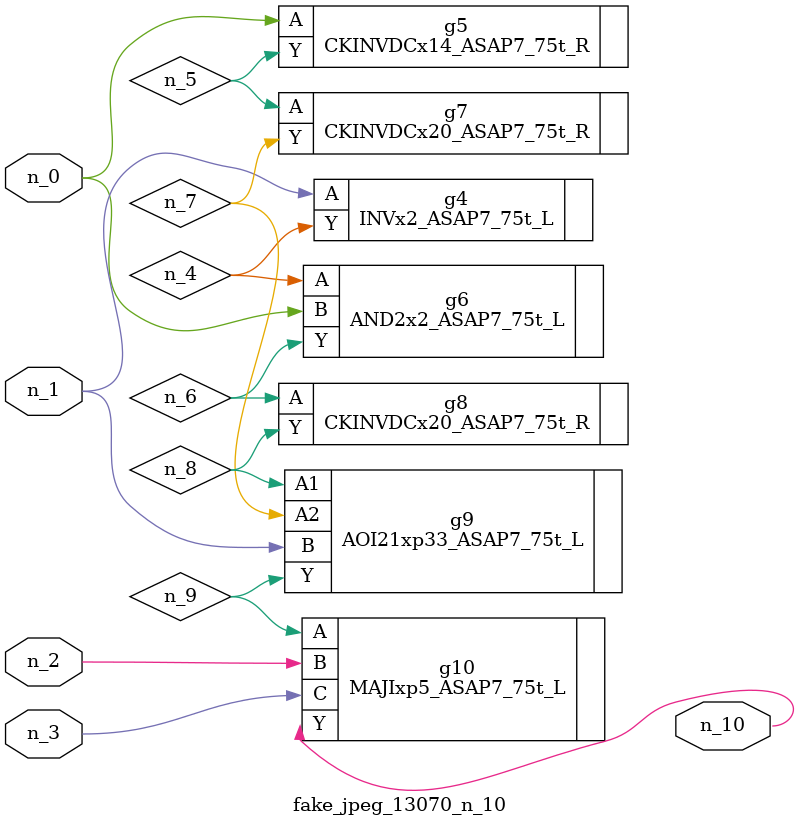
<source format=v>
module fake_jpeg_13070_n_10 (n_0, n_3, n_2, n_1, n_10);

input n_0;
input n_3;
input n_2;
input n_1;

output n_10;

wire n_4;
wire n_8;
wire n_9;
wire n_6;
wire n_5;
wire n_7;

INVx2_ASAP7_75t_L g4 ( 
.A(n_1),
.Y(n_4)
);

CKINVDCx14_ASAP7_75t_R g5 ( 
.A(n_0),
.Y(n_5)
);

AND2x2_ASAP7_75t_L g6 ( 
.A(n_4),
.B(n_0),
.Y(n_6)
);

CKINVDCx20_ASAP7_75t_R g8 ( 
.A(n_6),
.Y(n_8)
);

CKINVDCx20_ASAP7_75t_R g7 ( 
.A(n_5),
.Y(n_7)
);

AOI21xp33_ASAP7_75t_L g9 ( 
.A1(n_8),
.A2(n_7),
.B(n_1),
.Y(n_9)
);

MAJIxp5_ASAP7_75t_L g10 ( 
.A(n_9),
.B(n_2),
.C(n_3),
.Y(n_10)
);


endmodule
</source>
